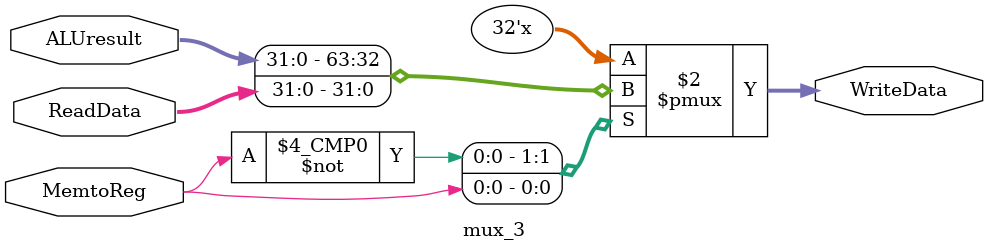
<source format=v>

`timescale 1ns / 1ps

module mux_3(input [31:0] ReadData,
             input [31:0] ALUresult,
             input MemtoReg,
             output reg [31:0] WriteData

    );
    
    always @ (MemtoReg) begin
        case(MemtoReg)
            
            0: WriteData <= ALUresult;
            1: WriteData <= ReadData;
            
        endcase
    end
        
endmodule

</source>
